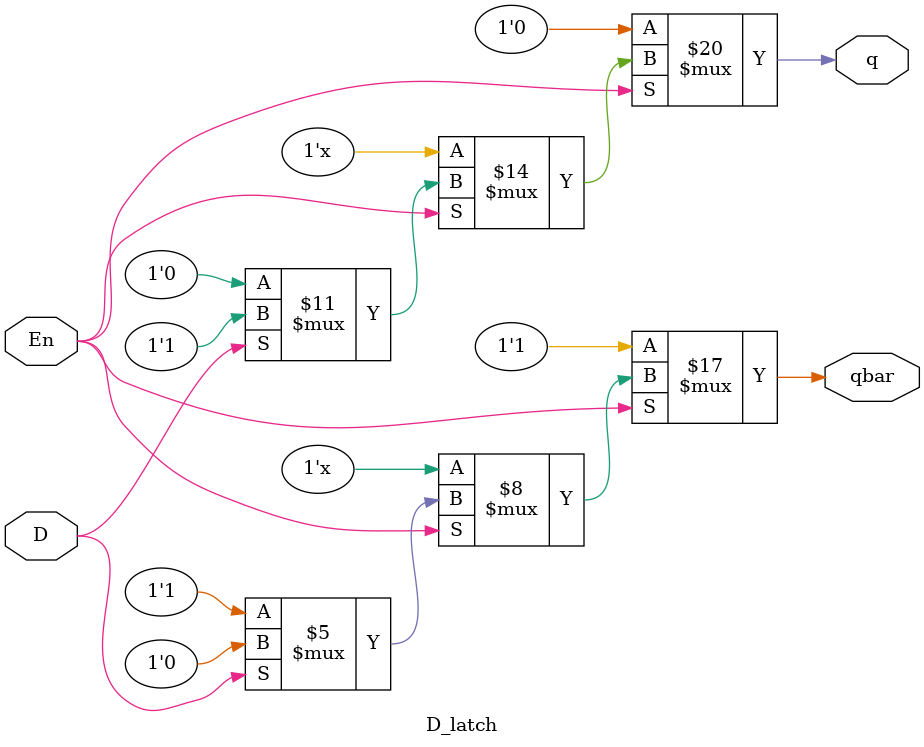
<source format=v>
module D_latch(output reg q,output reg qbar,input D,input En);
  always @(*) begin
    if(En==0) begin
      q=1'b0;
      qbar=1'b1;
    end
    else if(D==0) begin
      q=1'b0;
      qbar=1'b1;
    end
    else begin
      q=1'b1;
      qbar=1'b0;
    end
  end
endmodule
 
</source>
